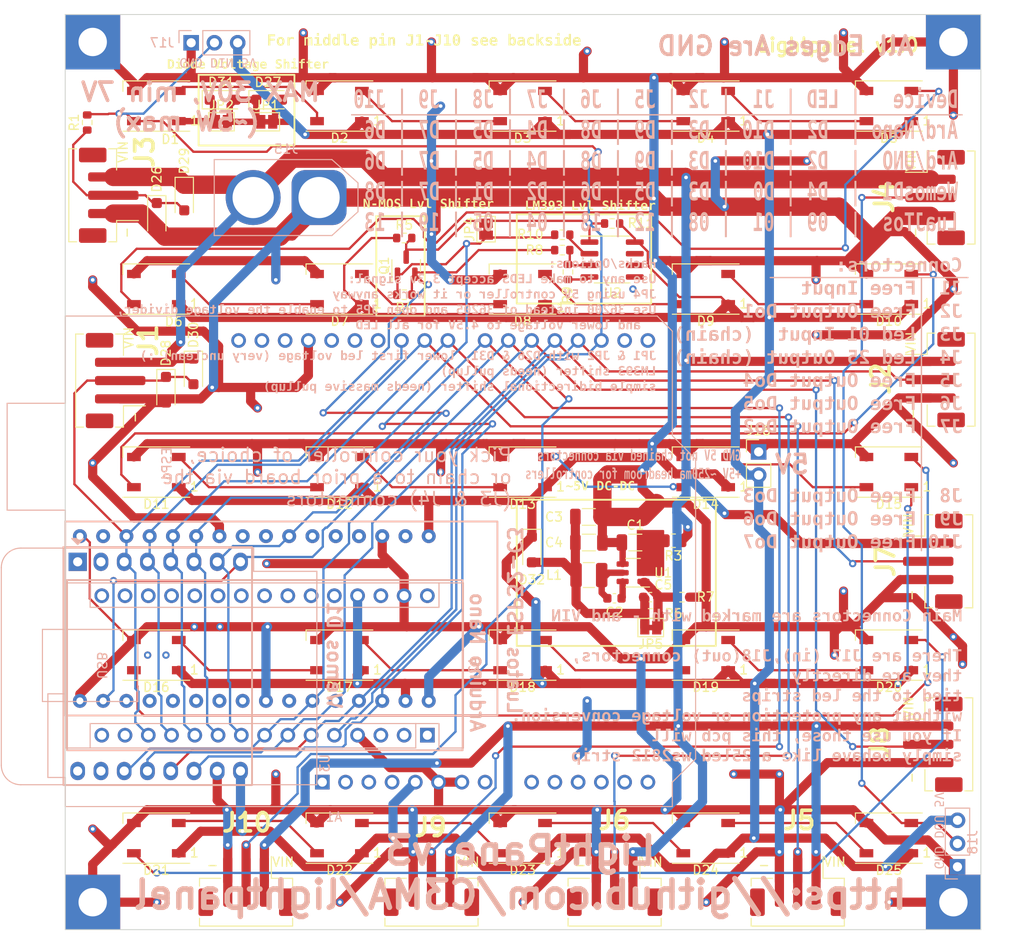
<source format=kicad_pcb>
(kicad_pcb (version 20221018) (generator pcbnew)

  (general
    (thickness 1.6)
  )

  (paper "A4")
  (layers
    (0 "F.Cu" signal)
    (31 "B.Cu" signal)
    (32 "B.Adhes" user "B.Adhesive")
    (33 "F.Adhes" user "F.Adhesive")
    (34 "B.Paste" user)
    (35 "F.Paste" user)
    (36 "B.SilkS" user "B.Silkscreen")
    (37 "F.SilkS" user "F.Silkscreen")
    (38 "B.Mask" user)
    (39 "F.Mask" user)
    (40 "Dwgs.User" user "User.Drawings")
    (41 "Cmts.User" user "User.Comments")
    (42 "Eco1.User" user "User.Eco1")
    (43 "Eco2.User" user "User.Eco2")
    (44 "Edge.Cuts" user)
    (45 "Margin" user)
    (46 "B.CrtYd" user "B.Courtyard")
    (47 "F.CrtYd" user "F.Courtyard")
    (48 "B.Fab" user)
    (49 "F.Fab" user)
    (50 "User.1" user)
    (51 "User.2" user)
    (52 "User.3" user)
    (53 "User.4" user)
    (54 "User.5" user)
    (55 "User.6" user)
    (56 "User.7" user)
    (57 "User.8" user)
    (58 "User.9" user)
  )

  (setup
    (stackup
      (layer "F.SilkS" (type "Top Silk Screen"))
      (layer "F.Paste" (type "Top Solder Paste"))
      (layer "F.Mask" (type "Top Solder Mask") (thickness 0.01))
      (layer "F.Cu" (type "copper") (thickness 0.035))
      (layer "dielectric 1" (type "core") (thickness 1.51) (material "FR4") (epsilon_r 4.5) (loss_tangent 0.02))
      (layer "B.Cu" (type "copper") (thickness 0.035))
      (layer "B.Mask" (type "Bottom Solder Mask") (thickness 0.01))
      (layer "B.Paste" (type "Bottom Solder Paste"))
      (layer "B.SilkS" (type "Bottom Silk Screen"))
      (copper_finish "None")
      (dielectric_constraints no)
    )
    (pad_to_mask_clearance 0)
    (pcbplotparams
      (layerselection 0x00010fc_ffffffff)
      (plot_on_all_layers_selection 0x0000000_00000000)
      (disableapertmacros false)
      (usegerberextensions false)
      (usegerberattributes true)
      (usegerberadvancedattributes true)
      (creategerberjobfile true)
      (dashed_line_dash_ratio 12.000000)
      (dashed_line_gap_ratio 3.000000)
      (svgprecision 6)
      (plotframeref false)
      (viasonmask false)
      (mode 1)
      (useauxorigin false)
      (hpglpennumber 1)
      (hpglpenspeed 20)
      (hpglpendiameter 15.000000)
      (dxfpolygonmode true)
      (dxfimperialunits true)
      (dxfusepcbnewfont true)
      (psnegative false)
      (psa4output false)
      (plotreference true)
      (plotvalue true)
      (plotinvisibletext false)
      (sketchpadsonfab false)
      (subtractmaskfromsilk false)
      (outputformat 1)
      (mirror false)
      (drillshape 0)
      (scaleselection 1)
      (outputdirectory "fabv4")
    )
  )

  (net 0 "")
  (net 1 "unconnected-(A1-NC-Pad1)")
  (net 2 "unconnected-(A1-IOREF-Pad2)")
  (net 3 "unconnected-(A1-~{RESET}-Pad3)")
  (net 4 "unconnected-(A1-3V3-Pad4)")
  (net 5 "unconnected-(A1-VIN-Pad8)")
  (net 6 "unconnected-(A1-A0-Pad9)")
  (net 7 "unconnected-(A1-A1-Pad10)")
  (net 8 "unconnected-(A1-A2-Pad11)")
  (net 9 "unconnected-(A1-A3-Pad12)")
  (net 10 "unconnected-(A1-SDA{slash}A4-Pad13)")
  (net 11 "unconnected-(A1-SCL{slash}A5-Pad14)")
  (net 12 "unconnected-(A1-D0{slash}RX-Pad15)")
  (net 13 "5V")
  (net 14 "GND")
  (net 15 "VIN")
  (net 16 "unconnected-(A1-D1{slash}TX-Pad16)")
  (net 17 "unconnected-(A1-D11-Pad26)")
  (net 18 "unconnected-(A1-D12-Pad27)")
  (net 19 "unconnected-(A1-D13-Pad28)")
  (net 20 "unconnected-(A1-AREF-Pad30)")
  (net 21 "unconnected-(A1-SDA{slash}A4-Pad31)")
  (net 22 "unconnected-(A1-SCL{slash}A5-Pad32)")
  (net 23 "unconnected-(A2-TX1-Pad1)")
  (net 24 "unconnected-(A2-RX1-Pad2)")
  (net 25 "unconnected-(A2-~{RESET}-Pad3)")
  (net 26 "unconnected-(A2-MOSI-Pad14)")
  (net 27 "unconnected-(A2-MISO-Pad15)")
  (net 28 "unconnected-(A2-SCK-Pad16)")
  (net 29 "3V3")
  (net 30 "unconnected-(A2-AREF-Pad18)")
  (net 31 "unconnected-(A2-A0-Pad19)")
  (net 32 "unconnected-(A2-A1-Pad20)")
  (net 33 "unconnected-(A2-A2-Pad21)")
  (net 34 "unconnected-(A2-A3-Pad22)")
  (net 35 "unconnected-(A2-SDA{slash}A4-Pad23)")
  (net 36 "unconnected-(A2-SCL{slash}A5-Pad24)")
  (net 37 "unconnected-(A2-A6-Pad25)")
  (net 38 "unconnected-(A2-A7-Pad26)")
  (net 39 "unconnected-(A2-~{RESET}-Pad28)")
  (net 40 "unconnected-(A2-VIN-Pad30)")
  (net 41 "Net-(U1-BST)")
  (net 42 "Net-(U1-SW)")
  (net 43 "Net-(D1-DOUT)")
  (net 44 "Net-(D2-DOUT)")
  (net 45 "Net-(D3-DOUT)")
  (net 46 "Net-(D4-DOUT)")
  (net 47 "Net-(D5-DOUT)")
  (net 48 "Net-(D6-DOUT)")
  (net 49 "Net-(D7-DOUT)")
  (net 50 "Net-(D8-DOUT)")
  (net 51 "Net-(D10-DIN)")
  (net 52 "Net-(D10-DOUT)")
  (net 53 "Net-(D11-DOUT)")
  (net 54 "Net-(D12-DOUT)")
  (net 55 "Net-(D13-DOUT)")
  (net 56 "Net-(D14-DOUT)")
  (net 57 "Net-(D15-DOUT)")
  (net 58 "Net-(D16-DOUT)")
  (net 59 "Net-(D17-DOUT)")
  (net 60 "Net-(D18-DOUT)")
  (net 61 "Net-(D19-DOUT)")
  (net 62 "Net-(D20-DOUT)")
  (net 63 "Net-(D21-DOUT)")
  (net 64 "Net-(D22-DOUT)")
  (net 65 "Net-(D23-DOUT)")
  (net 66 "Net-(D24-DOUT)")
  (net 67 "LDumbOut")
  (net 68 "unconnected-(ESP1-IO00-Pad2)")
  (net 69 "Lin")
  (net 70 "LOut")
  (net 71 "Do1")
  (net 72 "Do2")
  (net 73 "Do3")
  (net 74 "Do4")
  (net 75 "Do5")
  (net 76 "Do6")
  (net 77 "Do7")
  (net 78 "unconnected-(ESP1-RX0-Pad8)")
  (net 79 "unconnected-(ESP1-TX0-Pad9)")
  (net 80 "LDumb")
  (net 81 "unconnected-(ESP1-NC-Pad11)")
  (net 82 "unconnected-(ESP1-EN-Pad12)")
  (net 83 "unconnected-(ESP1-3.3V-Pad13)")
  (net 84 "unconnected-(ESP1-PEB-Pad15)")
  (net 85 "unconnected-(A2-3V3-Pad17)")
  (net 86 "unconnected-(ESP1-IO02-Pad19)")
  (net 87 "unconnected-(ESP1-IO03-Pad20)")
  (net 88 "unconnected-(ESP1-IO10-Pad21)")
  (net 89 "unconnected-(ESP1-IO06-Pad22)")
  (net 90 "unconnected-(ESP1-IO07-Pad23)")
  (net 91 "unconnected-(ESP1-IO11-Pad24)")
  (net 92 "unconnected-(ESP1-3.3V-Pad26)")
  (net 93 "unconnected-(U3-~{RST}-Pad1)")
  (net 94 "unconnected-(U3-A0-Pad2)")
  (net 95 "unconnected-(U3-RX-Pad15)")
  (net 96 "unconnected-(U3-TX-Pad16)")
  (net 97 "Net-(U1-EN)")
  (net 98 "Net-(JP5-A)")
  (net 99 "Net-(D1-VDD)")
  (net 100 "Net-(D27-K)")
  (net 101 "LOut3V3")
  (net 102 "Net-(U2A--)")
  (net 103 "Net-(U2A-+)")
  (net 104 "Net-(D32-A)")

  (footprint "Connector_JST:JST_PH_B3B-PH-SM4-TB_1x03-1MP_P2.00mm_Vertical" (layer "F.Cu") (at 145 89.9 -90))

  (footprint "Library:Solder_Screw_Mount" (layer "F.Cu") (at 53 147))

  (footprint "Jumper:SolderJumper-2_P1.3mm_Bridged_Pad1.0x1.5mm" (layer "F.Cu") (at 95.9612 73.4568 90))

  (footprint "Package_TO_SOT_SMD:SOT-23" (layer "F.Cu") (at 87.2358 77.4423 90))

  (footprint "Connector_JST:JST_PH_B3B-PH-SM4-TB_1x03-1MP_P2.00mm_Vertical" (layer "F.Cu") (at 90 145.25 180))

  (footprint "Diode_SMD:D_SOD-123F" (layer "F.Cu") (at 63 70 -90))

  (footprint "Resistor_SMD:R_0603_1608Metric" (layer "F.Cu") (at 87.0204 74.422))

  (footprint "Capacitor_SMD:C_1206_3216Metric" (layer "F.Cu") (at 107.188 104.902))

  (footprint "Diode_SMD:D_SOD-123F" (layer "F.Cu") (at 61 91 -90))

  (footprint "Resistor_SMD:R_0603_1608Metric" (layer "F.Cu") (at 104.2802 75.7428))

  (footprint "LED_SMD:LED_WS2812B_PLCC4_5.0x5.0mm_P3.2mm" (layer "F.Cu") (at 139.95 140 180))

  (footprint "Package_TO_SOT_SMD:TSOT-23-6" (layer "F.Cu") (at 112.014 110.998 180))

  (footprint "LED_SMD:LED_WS2812B_PLCC4_5.0x5.0mm_P3.2mm" (layer "F.Cu") (at 119.95 60 180))

  (footprint "Jumper:SolderJumper-2_P1.3mm_Bridged_Pad1.0x1.5mm" (layer "F.Cu") (at 67.056 61.722))

  (footprint "LED_SMD:LED_WS2812B_PLCC4_5.0x5.0mm_P3.2mm" (layer "F.Cu") (at 119.95 80 180))

  (footprint "LED_SMD:LED_WS2812B_PLCC4_5.0x5.0mm_P3.2mm" (layer "F.Cu") (at 139.95 120 180))

  (footprint "LED_SMD:LED_WS2812B_PLCC4_5.0x5.0mm_P3.2mm" (layer "F.Cu") (at 59.95 140 180))

  (footprint "Connector_JST:JST_PH_B3B-PH-SM4-TB_1x03-1MP_P2.00mm_Vertical" (layer "F.Cu") (at 54.75 69.75 90))

  (footprint "Resistor_SMD:R_0603_1608Metric" (layer "F.Cu") (at 104.2802 74.0664))

  (footprint "LED_SMD:LED_WS2812B_PLCC4_5.0x5.0mm_P3.2mm" (layer "F.Cu") (at 99.95 100 180))

  (footprint "Resistor_SMD:R_0603_1608Metric" (layer "F.Cu") (at 104.902 78.1304 -90))

  (footprint "Diode_SMD:D_SOD-123F" (layer "F.Cu") (at 60 72 -90))

  (footprint "LED_SMD:LED_WS2812B_PLCC4_5.0x5.0mm_P3.2mm" (layer "F.Cu") (at 99.95 140 180))

  (footprint "Connector_JST:JST_PH_B3B-PH-SM4-TB_1x03-1MP_P2.00mm_Vertical" (layer "F.Cu") (at 110 145.25 180))

  (footprint "Connector_JST:JST_PH_B3B-PH-SM4-TB_1x03-1MP_P2.00mm_Vertical" (layer "F.Cu") (at 144.75 109.75 -90))

  (footprint "LED_SMD:LED_WS2812B_PLCC4_5.0x5.0mm_P3.2mm" (layer "F.Cu") (at 99.95 60 180))

  (footprint "Resistor_SMD:R_0603_1608Metric" (layer "F.Cu") (at 87.0326 80.6196 180))

  (footprint "Jumper:SolderJumper-2_P1.3mm_Bridged_Pad1.0x1.5mm" (layer "F.Cu") (at 113.9463 116.9924 180))

  (footprint "LED_SMD:LED_WS2812B_PLCC4_5.0x5.0mm_P3.2mm" (layer "F.Cu") (at 139.95 100 180))

  (footprint "Diode_SMD:D_SOD-123F" (layer "F.Cu") (at 72.266 59.309))

  (footprint "Library:Solder_Screw_Mount" (layer "F.Cu") (at 147 147))

  (footprint "LED_SMD:LED_WS2812B_PLCC4_5.0x5.0mm_P3.2mm" (layer "F.Cu") (at 119.95 120 180))

  (footprint "LED_SMD:LED_WS2812B_PLCC4_5.0x5.0mm_P3.2mm" (layer "F.Cu") (at 79.95 60 180))

  (footprint "LED_SMD:LED_WS2812B_PLCC4_5.0x5.0mm_P3.2mm" (layer "F.Cu") (at 79.95 80 180))

  (footprint "Library:Solder_Screw_Mount" (layer "F.Cu") (at 53 53))

  (footprint "LED_SMD:LED_WS2812B_PLCC4_5.0x5.0mm_P3.2mm" (layer "F.Cu") (at 59.95 100 180))

  (footprint "LED_SMD:LED_WS2812B_PLCC4_5.0x5.0mm_P3.2mm" (layer "F.Cu") (at 59.95 60 180))

  (footprint "Package_SO:SOIC-8_3.9x4.9mm_P1.27mm" (layer "F.Cu") (at 109.728 76.772))

  (footprint "LED_SMD:LED_WS2812B_PLCC4_5.0x5.0mm_P3.2mm" (layer "F.Cu") (at 99.95 80 180))

  (footprint "Capacitor_SMD:C_0603_1608Metric" (layer "F.Cu") (at 113.919 113.665 180))

  (footprint "LED_SMD:LED_WS2812B_PLCC4_5.0x5.0mm_P3.2mm" (layer "F.Cu") (at 119.95 100 180))

  (footprint "LED_SMD:LED_WS2812B_PLCC4_5.0x5.0mm_P3.2mm" (layer "F.Cu") (at 79.95 140 180))

  (footprint "Connector_JST:JST_PH_B3B-PH-SM4-TB_1x03-1MP_P2.00mm_Vertical" (layer "F.Cu") (at 145 70 -90))

  (footprint "Resistor_SMD:R_0603_1608Metric" (layer "F.Cu") (at 109.728 72.835 180))

  (footprint "Resistor_SMD:R_0805_2012Metric" (layer "F.Cu") (at 116.4125 107.5 180))

  (footprint "Connector_PinHeader_2.54mm:PinHeader_1x02_P2.54mm_Vertical" (layer "F.Cu") (at 125.73 97.79))

  (footprint "LED_SMD:LED_WS2812B_PLCC4_5.0x5.0mm_P3.2mm" (layer "F.Cu")
    (tstamp 974e30e0-6111-43b6-a49f-34fafb0f7c23)
    (at 59.95 80 180)
    (descr "https://cdn-shop.adafruit.com/datasheets/WS2812B.pdf")
    (tags "LED RGB NeoPixel")
    (property "LCSC" "C2843785")
    (property "Sheetfile" "lig.kicad_sch")
    (property "Sheetname" "")
    (property "ki_description" "RGB LED with integrated controller")
    (property "ki_keywords" "RGB LED NeoPixel addressable")
    (path "/d1de2ac5-c898-4690-a307-da46d54dcbbe")
    (attr smd)
    (fp_text reference "D6" (at -1.899 -3.566) (layer "F.SilkS")
        (effects (font (size 1 1) (thickness 0.15)))
      (tstamp 26e899cc-e216-499d-9878-45f4cafbca1d)
    )
    (fp_text value "WS2812B" (at 0 4) (layer "F.Fab")
        (effects (font (size 1 1) (thickness 0.15)))
      (tstamp 47392c83-d00c-4336-9d83-68dc2fb3dd85)
    )
    (fp_text user "1" (at -4.15 -1.6) (layer "F.SilkS")
        (effects (font (size 1 1) (thickness 0.15)))
      (tstamp 30c8034c-afac-4a22-b32f-1e916764b60d)
    )
    (fp_text user "${REFERENCE}" (at 0 0) (layer "F.Fab")
        (effects (font (size 0.8 0.8) (thickness 0.15)))
      (tstamp 061b3093-550f-47af-b271-8b7e40ea3e80)
    )
    (fp_line (start -3.65 -2.75) (end 3.65 -2.75)
      (stroke (width 0.12) (type solid)) (layer "F.SilkS") (tstamp 08a9cc14-e331-45e5-ace5-d18608937deb))
    (fp_line (start -3.65 2.75) (end 3.65 2.75)
      (stroke (width 0.12) (type solid)) (layer "F.SilkS") (tstamp 08bffe2a-d80b-4040-a45a-4a14ea1934c5))
    (fp_line (start 3.65 2.75) (end 3.65 1.6)
      (stroke (width 0.12) (type solid)) (layer "F.SilkS") (tstamp 4524d2bf-b5d8-41c4-9ba0-67066e225152))
    (fp_line (start -3.45 -2.75) (end -3.45 2.75)
      (stroke (width 0.05) (type solid)) (layer "F.CrtYd") (tstamp f7037a43-ff46-4840-ba9c-66491bb37d3c))
    (fp_line (start -3.45 2.75) (end 3.45 2.75)
      (stroke (width 0.05) (type solid)) (layer "F.CrtYd") (tstamp 21700856-d29c-4a59-b3db-23174ad20fb5))
    (fp_line (start 3.45 -2.75) (end -3.45 -2.75)
      (stroke (width 0.05) (type solid)) (layer "F.CrtYd") (tstamp c2bde8f3-96c2-4613-b416-260e7eeb1530))
    (fp_line (start 3.45 2.75) (end 3.45 -2.75)
      (stroke (width 0.05) (type solid)) (layer "F.CrtYd") (tstamp 6592c471-7173-4805-a0ca-e36cd364d622))
    (fp_line (start -2.5 -2.5) (end -2.5 2.5)
      (stroke (width 0.1) (type solid)) (layer "F.Fab") (tstamp 33470ee5-6f1d-4964-9bdb-48161f8ee4e9))
    (fp_line (start -2.5 2.5) (end 2.5 2.5)
      (stroke (width 0.1) (type solid)) (layer "F.Fab") (tstamp 204aeeea-ee80-4cee-9345-9b69aa4b1582))
    (fp_line (start 2.5 -2.5) (end -2.5 -2.5)
      (stroke (width 0.1) (type solid)) (layer "F.Fab") (tstamp 609e6691-114e-499a-a855-4065a6248f01))
    (fp_line (start 2.5 1.5) (end 1.5 2.5)
      (stroke (width 0.1) (type solid)) (layer "F.Fab") (tstamp a44b8fd3-8d83-4db7-9485-e68ecc35197f))
    (fp_line (start 2.5 2.5) (end 2.5 -2.5)
      (stroke (width 0.1) (type solid)) (layer "F.Fab") (tstamp e74ae7e1-d840-4d78-a72a-8491ab29114f))
    (fp_circle (center 0 0) (end 0 -2)
      (stroke (width 0.1) (type solid)) (fill none) (layer "F.Fab") (tstamp d7b8ff56-303a-401f-8239-5958fc95a047))
    (pad "1" smd rect (at -2.45 -1.65 180) (size 1.5 0.9) (layers "F.Cu" "F.Paste" "F.Mask")
      (net 13 "5V") (pinfunction "VDD") (pintype "power_in") (tstamp a135ea05-4048-46b3-9712-83e7f92a1a88))
    (pad "2" smd rect (at -2.45 1.65 180) (size 1.5 0.9) (layers "F.Cu" "F.Paste" "F.Mask")
      (net 48 "Net-(D6-DOUT)") (pinfunction "DOUT") (pintype "output") (tstamp 121de9b2-4623-45b9-8622-1602ba3d80ae))
    (pad "3" smd rect (at 2.45 1.65 180) (size 1.
... [6698998 chars truncated]
</source>
